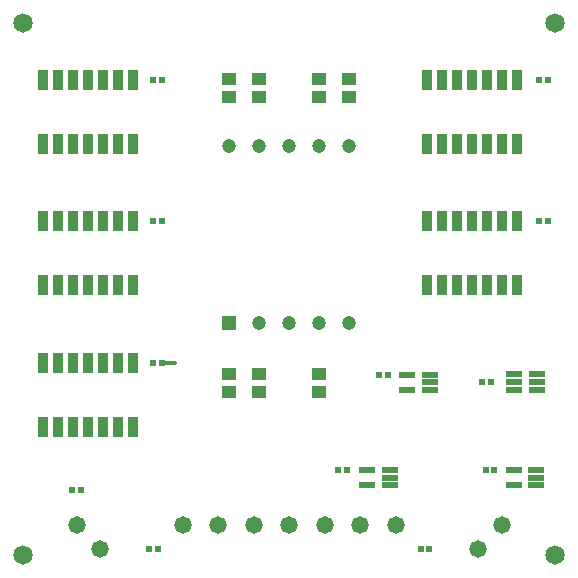
<source format=gbr>
G04*
G04 #@! TF.GenerationSoftware,Altium Limited,Altium Designer,23.8.1 (32)*
G04*
G04 Layer_Color=16711935*
%FSLAX44Y44*%
%MOMM*%
G71*
G04*
G04 #@! TF.SameCoordinates,4E8033DB-9698-49A7-8747-1B8CF0FAEC2F*
G04*
G04*
G04 #@! TF.FilePolarity,Negative*
G04*
G01*
G75*
%ADD13C,1.2032*%
%ADD14R,1.2032X1.2032*%
%ADD15C,1.6400*%
%ADD16C,1.4732*%
%ADD25R,0.5153X0.4725*%
%ADD28R,0.5200X0.5200*%
%ADD31C,0.3000*%
%ADD34R,0.6032X0.6032*%
%ADD35R,1.4032X0.6032*%
%ADD36R,1.4032X0.5032*%
%ADD37R,0.8532X1.7282*%
%ADD38R,1.2032X1.0032*%
D13*
X198840Y370640D02*
D03*
X224240D02*
D03*
X249640D02*
D03*
X275040D02*
D03*
X300440D02*
D03*
Y220640D02*
D03*
X275040D02*
D03*
X249640D02*
D03*
X224240D02*
D03*
D14*
X198840D02*
D03*
D15*
X25000Y475000D02*
D03*
X475000Y25000D02*
D03*
X25000D02*
D03*
X475000Y475000D02*
D03*
D16*
X90000Y30000D02*
D03*
X430000Y50000D02*
D03*
X410000Y30000D02*
D03*
X70000Y50000D02*
D03*
X220000D02*
D03*
X340000D02*
D03*
X160000D02*
D03*
X310000D02*
D03*
X190000D02*
D03*
X250000D02*
D03*
X280000D02*
D03*
D25*
X333783Y177187D02*
D03*
X326212D02*
D03*
X423786Y96500D02*
D03*
X416214D02*
D03*
X298786D02*
D03*
X291214D02*
D03*
X468786Y307120D02*
D03*
X461214D02*
D03*
X134314Y427120D02*
D03*
X141886D02*
D03*
Y307120D02*
D03*
X134314D02*
D03*
X413214Y171180D02*
D03*
X420786D02*
D03*
X141886Y187120D02*
D03*
X134314D02*
D03*
X468786Y427120D02*
D03*
X461214D02*
D03*
D28*
X66000Y80000D02*
D03*
X74000D02*
D03*
D31*
X141886Y187120D02*
X153032D01*
D34*
X138750Y30000D02*
D03*
X131250D02*
D03*
X368750D02*
D03*
X361250D02*
D03*
D35*
X350002Y177186D02*
D03*
Y164186D02*
D03*
X316275Y83500D02*
D03*
Y96500D02*
D03*
X440110D02*
D03*
Y83500D02*
D03*
D36*
X369002Y164186D02*
D03*
Y170686D02*
D03*
Y177186D02*
D03*
X440500Y171180D02*
D03*
X459500Y177680D02*
D03*
Y171180D02*
D03*
X440500Y177680D02*
D03*
Y164680D02*
D03*
X459500D02*
D03*
X335275Y83500D02*
D03*
Y90000D02*
D03*
Y96500D02*
D03*
X459110Y83500D02*
D03*
Y90000D02*
D03*
Y96500D02*
D03*
D37*
X366900Y252880D02*
D03*
X443100D02*
D03*
X430400D02*
D03*
X417700D02*
D03*
X405000D02*
D03*
X392300D02*
D03*
X379600D02*
D03*
X430400Y307120D02*
D03*
X417700D02*
D03*
X405000D02*
D03*
X392300D02*
D03*
X379600D02*
D03*
X366900D02*
D03*
X443100D02*
D03*
X366900Y427120D02*
D03*
X379600D02*
D03*
X392300D02*
D03*
X405000D02*
D03*
X417700D02*
D03*
X430400D02*
D03*
X443100Y372880D02*
D03*
X430400D02*
D03*
X417700D02*
D03*
X405000D02*
D03*
X392300D02*
D03*
X379600D02*
D03*
X366900D02*
D03*
X443100Y427120D02*
D03*
X118100Y187120D02*
D03*
X41900Y132880D02*
D03*
X54600D02*
D03*
X67300D02*
D03*
X80000D02*
D03*
X92700D02*
D03*
X105400D02*
D03*
X118100D02*
D03*
X105400Y187120D02*
D03*
X92700D02*
D03*
X80000D02*
D03*
X67300D02*
D03*
X54600D02*
D03*
X41900D02*
D03*
X105400Y307120D02*
D03*
X92700D02*
D03*
X80000D02*
D03*
X67300D02*
D03*
X54600D02*
D03*
X41900D02*
D03*
Y252880D02*
D03*
X54600D02*
D03*
X67300D02*
D03*
X80000D02*
D03*
X92700D02*
D03*
X105400D02*
D03*
X118100D02*
D03*
Y307120D02*
D03*
X41900Y372880D02*
D03*
X54600D02*
D03*
X67300D02*
D03*
X80000D02*
D03*
X92700D02*
D03*
X105400D02*
D03*
X118100D02*
D03*
X105400Y427120D02*
D03*
X92700D02*
D03*
X80000D02*
D03*
X67300D02*
D03*
X54600D02*
D03*
X41900D02*
D03*
X118100D02*
D03*
D38*
X275040Y177500D02*
D03*
Y162500D02*
D03*
X224240Y177500D02*
D03*
Y162500D02*
D03*
X198840Y177500D02*
D03*
Y162500D02*
D03*
X300440Y412500D02*
D03*
Y427500D02*
D03*
X275040Y412500D02*
D03*
Y427500D02*
D03*
X224240Y412500D02*
D03*
Y427500D02*
D03*
X198840Y427500D02*
D03*
Y412500D02*
D03*
M02*

</source>
